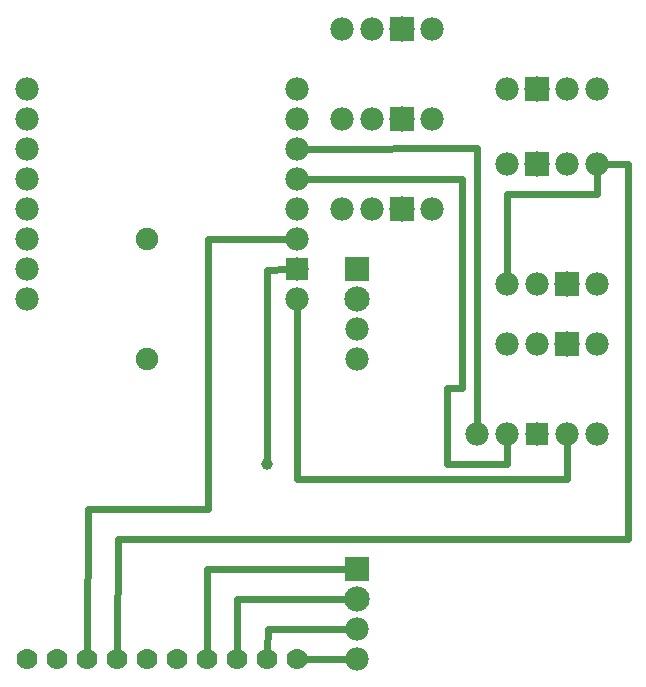
<source format=gtl>
G04 MADE WITH FRITZING*
G04 WWW.FRITZING.ORG*
G04 DOUBLE SIDED*
G04 HOLES PLATED*
G04 CONTOUR ON CENTER OF CONTOUR VECTOR*
%ASAXBY*%
%FSLAX23Y23*%
%MOIN*%
%OFA0B0*%
%SFA1.0B1.0*%
%ADD10C,0.070000*%
%ADD11C,0.078000*%
%ADD12C,0.084141*%
%ADD13C,0.075000*%
%ADD14C,0.077778*%
%ADD15C,0.039370*%
%ADD16R,0.083333X0.083333*%
%ADD17R,0.084375X0.084375*%
%ADD18R,0.077778X0.077778*%
%ADD19R,0.078000X0.078000*%
%ADD20C,0.024000*%
%LNCOPPER1*%
G90*
G70*
G54D10*
X1256Y146D03*
X1156Y146D03*
X1056Y146D03*
X956Y146D03*
X856Y146D03*
X756Y146D03*
X656Y146D03*
X556Y146D03*
X456Y146D03*
X356Y146D03*
G54D11*
X1456Y446D03*
G54D12*
X1456Y346D03*
G54D11*
X1456Y246D03*
X1456Y146D03*
G54D13*
X756Y1547D03*
X756Y1147D03*
G54D11*
X1956Y1797D03*
G54D12*
X2056Y1797D03*
G54D11*
X2156Y1797D03*
X2256Y1797D03*
X1956Y2047D03*
G54D12*
X2056Y2047D03*
G54D11*
X2156Y2047D03*
X2256Y2047D03*
X2256Y1397D03*
G54D12*
X2156Y1397D03*
G54D11*
X2056Y1397D03*
X1956Y1397D03*
X1706Y1946D03*
G54D12*
X1606Y1946D03*
G54D11*
X1506Y1946D03*
X1406Y1946D03*
X1706Y1646D03*
G54D12*
X1606Y1646D03*
G54D11*
X1506Y1646D03*
X1406Y1646D03*
X1706Y2246D03*
G54D12*
X1606Y2246D03*
G54D11*
X1506Y2246D03*
X1406Y2246D03*
X2256Y1197D03*
G54D12*
X2156Y1197D03*
G54D11*
X2056Y1197D03*
X1956Y1197D03*
X1456Y1447D03*
G54D12*
X1456Y1347D03*
G54D11*
X1456Y1247D03*
X1456Y1147D03*
G54D14*
X356Y2047D03*
X356Y1947D03*
X356Y1847D03*
X356Y1747D03*
X356Y1647D03*
X356Y1547D03*
X356Y1447D03*
X356Y1347D03*
X1256Y1347D03*
X1256Y1447D03*
X1256Y1547D03*
X1256Y1647D03*
X1256Y1747D03*
X1256Y1847D03*
X1256Y1947D03*
X1256Y2047D03*
G54D11*
X2256Y897D03*
X2156Y897D03*
X2056Y897D03*
X1956Y897D03*
X1856Y897D03*
G54D15*
X1156Y797D03*
G54D16*
X1456Y446D03*
G54D17*
X2056Y1797D03*
X2056Y2047D03*
X2155Y1397D03*
X1606Y1946D03*
X1606Y1646D03*
X1606Y2246D03*
X2155Y1197D03*
G54D16*
X1456Y1447D03*
G54D18*
X1256Y1447D03*
G54D19*
X2056Y897D03*
G54D20*
X558Y647D02*
X556Y177D01*
D02*
X958Y647D02*
X558Y647D01*
D02*
X1226Y1547D02*
X958Y1547D01*
D02*
X958Y1547D02*
X958Y647D01*
D02*
X658Y547D02*
X656Y177D01*
D02*
X2358Y547D02*
X658Y547D01*
D02*
X2358Y1795D02*
X2358Y547D01*
D02*
X2286Y1796D02*
X2358Y1795D01*
D02*
X1057Y346D02*
X1056Y177D01*
D02*
X1425Y346D02*
X1057Y346D01*
D02*
X1158Y245D02*
X1157Y177D01*
D02*
X1426Y246D02*
X1158Y245D01*
D02*
X1426Y146D02*
X1287Y146D01*
D02*
X956Y447D02*
X1426Y446D01*
D02*
X956Y177D02*
X956Y447D01*
D02*
X1855Y1848D02*
X1285Y1847D01*
D02*
X1856Y927D02*
X1855Y1848D01*
D02*
X1955Y797D02*
X1755Y797D01*
D02*
X1755Y797D02*
X1755Y1048D01*
D02*
X1755Y1048D02*
X1807Y1048D01*
D02*
X1807Y1048D02*
X1807Y1745D01*
D02*
X1807Y1745D02*
X1285Y1747D01*
D02*
X1955Y867D02*
X1955Y797D01*
D02*
X1955Y1696D02*
X2255Y1696D01*
D02*
X2255Y1696D02*
X2255Y1767D01*
D02*
X1956Y1427D02*
X1955Y1696D01*
D02*
X1156Y1444D02*
X1156Y816D01*
D02*
X1226Y1446D02*
X1156Y1444D01*
D02*
X2157Y746D02*
X1255Y746D01*
D02*
X1255Y746D02*
X1256Y1318D01*
D02*
X2156Y867D02*
X2157Y746D01*
G04 End of Copper1*
M02*
</source>
